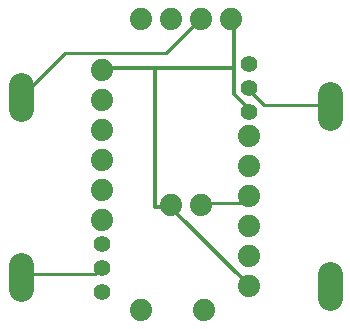
<source format=gbr>
G04 EAGLE Gerber RS-274X export*
G75*
%MOMM*%
%FSLAX34Y34*%
%LPD*%
%INBottom Copper*%
%IPPOS*%
%AMOC8*
5,1,8,0,0,1.08239X$1,22.5*%
G01*
%ADD10C,1.879600*%
%ADD11C,2.095500*%
%ADD12C,1.422400*%
%ADD13C,0.304800*%
%ADD14C,0.254000*%


D10*
X124460Y266700D03*
X149860Y266700D03*
X175260Y266700D03*
X200660Y266700D03*
X177800Y20320D03*
X124460Y20320D03*
X175260Y109220D03*
X149860Y109220D03*
D11*
X22860Y190183D02*
X22860Y211138D01*
X22860Y58738D02*
X22860Y37783D01*
X284480Y30163D02*
X284480Y51118D01*
X284480Y182563D02*
X284480Y203518D01*
D12*
X91440Y35880D03*
X91440Y55880D03*
X91440Y75880D03*
D10*
X91440Y223520D03*
X91440Y198120D03*
X91440Y172720D03*
X91440Y147320D03*
X91440Y121920D03*
X91440Y96520D03*
X215900Y40640D03*
X215900Y66040D03*
X215900Y91440D03*
X215900Y116840D03*
X215900Y142240D03*
X215900Y167640D03*
D12*
X215900Y228280D03*
X215900Y208280D03*
X215900Y188280D03*
D13*
X215900Y190500D02*
X203200Y203200D01*
X203200Y225425D02*
X203200Y266700D01*
X203200Y225425D02*
X203200Y203200D01*
X215900Y190500D02*
X215900Y188280D01*
X203200Y266700D02*
X200660Y266700D01*
X203200Y225425D02*
X136525Y225425D01*
X92075Y225425D01*
X91440Y223520D01*
X149225Y107950D02*
X215900Y41275D01*
X215900Y40640D01*
X136525Y107950D02*
X136525Y225425D01*
X136525Y107950D02*
X149225Y107950D01*
X149860Y109220D01*
D14*
X146050Y238125D02*
X174625Y266700D01*
X146050Y238125D02*
X60325Y238125D01*
X22860Y200660D01*
X174625Y266700D02*
X175260Y266700D01*
X215900Y114300D02*
X212725Y111125D01*
X177800Y111125D01*
X215900Y114300D02*
X215900Y116840D01*
X177800Y111125D02*
X175260Y109220D01*
X88900Y53975D02*
X85725Y50800D01*
X25400Y50800D01*
X88900Y53975D02*
X91440Y55880D01*
X25400Y50800D02*
X22860Y48260D01*
X215900Y206375D02*
X228600Y193675D01*
X282575Y193675D01*
X215900Y206375D02*
X215900Y208280D01*
X282575Y193675D02*
X284480Y193040D01*
M02*

</source>
